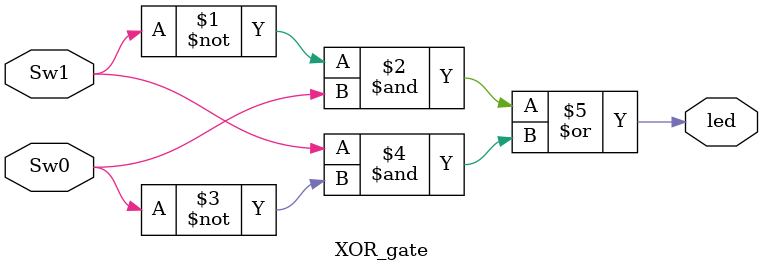
<source format=v>
`timescale 1ns / 1ps

module XOR_gate(
    input Sw1,
    input Sw0,
    output led
    );
    
    //First way
    //assign led = Sw1 ^ Sw0;
    
    //Secound way
    assign led = ~Sw1&Sw0 | Sw1&~Sw0;
    
//    //Third way
//    module XOR_gate(
//        input Sw1,
//        input Sw0,
//        output reg led
//        );
        
//        always@(*)
//        begin
//            if(Sw1) begin
//                if(Sw0) 
//                    led = 0;
//                else
//                    led = 1;
//            end
//            else    begin
//                if(Sw0)
//                    led = 1;
//                else 
//                    led = 0;
//           end
//        end
      
//    endmodule

    
endmodule

</source>
